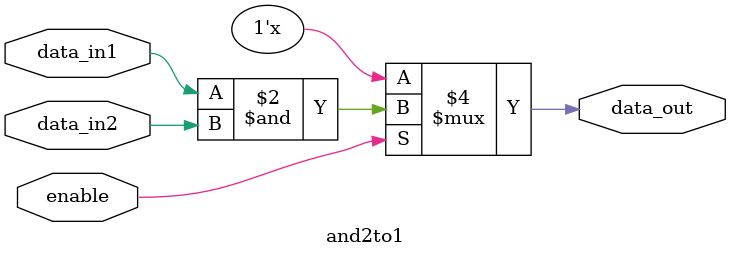
<source format=v>
`timescale 1ns / 1ps
module and2to1(
    data_in1,
    data_in2,
    data_out,
    enable
    );

	 input data_in1;
    input data_in2;
    output reg data_out;
    input enable;
	 
	 always @ (*) begin
		if(enable)
			data_out = data_in1 & data_in2;
	 end

endmodule

</source>
